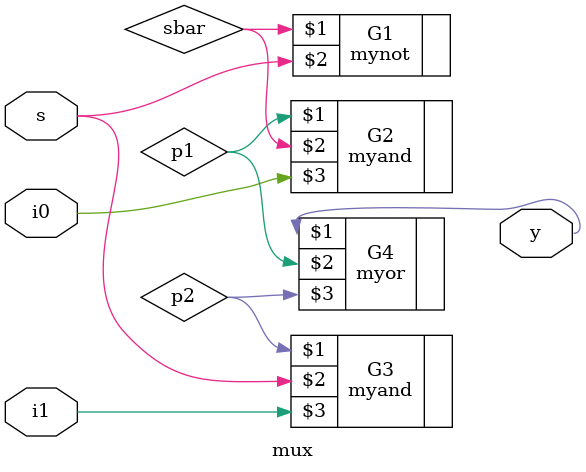
<source format=v>
module mux (y,s,i1,i0);

input s,i1,i0;
output y;

wire y;

mynot G1 (sbar,s);
myand G2(p1,sbar,i0);
myand G3(p2,s,i1);
myor G4(y,p1,p2);

endmodule
</source>
